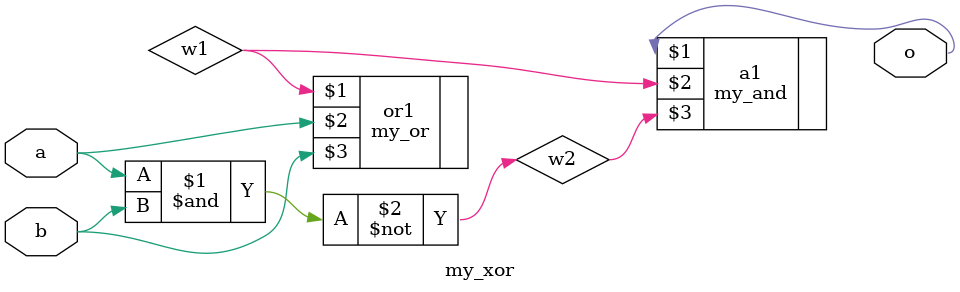
<source format=sv>
`ifndef my_or
  `include "my_or.sv"
`endif
`ifndef my_and
  `include "my_and.sv"
`endif
`define my_xor 1

module my_xor(o, a, b);
  input a, b;
  output o;
  wire w1, w2;

  my_or or1(w1, a, b);
  nand n1(w2, a, b);
  my_and a1(o, w1, w2);
endmodule
</source>
